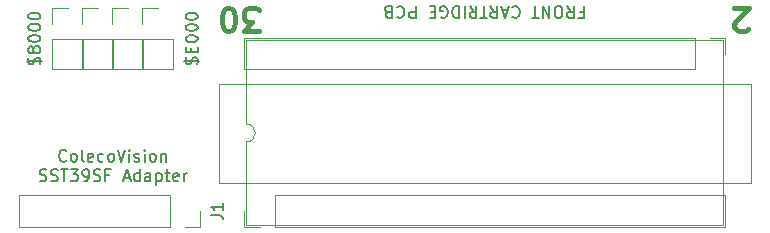
<source format=gbr>
%TF.GenerationSoftware,KiCad,Pcbnew,(5.1.10)-1*%
%TF.CreationDate,2022-11-19T00:44:39-05:00*%
%TF.ProjectId,ColecoProgrammingAdapter,436f6c65-636f-4507-926f-6772616d6d69,1*%
%TF.SameCoordinates,Original*%
%TF.FileFunction,Legend,Top*%
%TF.FilePolarity,Positive*%
%FSLAX46Y46*%
G04 Gerber Fmt 4.6, Leading zero omitted, Abs format (unit mm)*
G04 Created by KiCad (PCBNEW (5.1.10)-1) date 2022-11-19 00:44:39*
%MOMM*%
%LPD*%
G01*
G04 APERTURE LIST*
%ADD10C,0.150000*%
%ADD11C,0.400000*%
%ADD12C,0.120000*%
G04 APERTURE END LIST*
D10*
X131849761Y-113926666D02*
X131897380Y-113783809D01*
X131897380Y-113545714D01*
X131849761Y-113450476D01*
X131802142Y-113402857D01*
X131706904Y-113355238D01*
X131611666Y-113355238D01*
X131516428Y-113402857D01*
X131468809Y-113450476D01*
X131421190Y-113545714D01*
X131373571Y-113736190D01*
X131325952Y-113831428D01*
X131278333Y-113879047D01*
X131183095Y-113926666D01*
X131087857Y-113926666D01*
X130992619Y-113879047D01*
X130945000Y-113831428D01*
X130897380Y-113736190D01*
X130897380Y-113498095D01*
X130945000Y-113355238D01*
X130754523Y-113640952D02*
X132040238Y-113640952D01*
X131373571Y-112926666D02*
X131373571Y-112593333D01*
X131897380Y-112450476D02*
X131897380Y-112926666D01*
X130897380Y-112926666D01*
X130897380Y-112450476D01*
X130897380Y-111831428D02*
X130897380Y-111736190D01*
X130945000Y-111640952D01*
X130992619Y-111593333D01*
X131087857Y-111545714D01*
X131278333Y-111498095D01*
X131516428Y-111498095D01*
X131706904Y-111545714D01*
X131802142Y-111593333D01*
X131849761Y-111640952D01*
X131897380Y-111736190D01*
X131897380Y-111831428D01*
X131849761Y-111926666D01*
X131802142Y-111974285D01*
X131706904Y-112021904D01*
X131516428Y-112069523D01*
X131278333Y-112069523D01*
X131087857Y-112021904D01*
X130992619Y-111974285D01*
X130945000Y-111926666D01*
X130897380Y-111831428D01*
X130897380Y-110879047D02*
X130897380Y-110783809D01*
X130945000Y-110688571D01*
X130992619Y-110640952D01*
X131087857Y-110593333D01*
X131278333Y-110545714D01*
X131516428Y-110545714D01*
X131706904Y-110593333D01*
X131802142Y-110640952D01*
X131849761Y-110688571D01*
X131897380Y-110783809D01*
X131897380Y-110879047D01*
X131849761Y-110974285D01*
X131802142Y-111021904D01*
X131706904Y-111069523D01*
X131516428Y-111117142D01*
X131278333Y-111117142D01*
X131087857Y-111069523D01*
X130992619Y-111021904D01*
X130945000Y-110974285D01*
X130897380Y-110879047D01*
X130897380Y-109926666D02*
X130897380Y-109831428D01*
X130945000Y-109736190D01*
X130992619Y-109688571D01*
X131087857Y-109640952D01*
X131278333Y-109593333D01*
X131516428Y-109593333D01*
X131706904Y-109640952D01*
X131802142Y-109688571D01*
X131849761Y-109736190D01*
X131897380Y-109831428D01*
X131897380Y-109926666D01*
X131849761Y-110021904D01*
X131802142Y-110069523D01*
X131706904Y-110117142D01*
X131516428Y-110164761D01*
X131278333Y-110164761D01*
X131087857Y-110117142D01*
X130992619Y-110069523D01*
X130945000Y-110021904D01*
X130897380Y-109926666D01*
X118514761Y-113950476D02*
X118562380Y-113807619D01*
X118562380Y-113569523D01*
X118514761Y-113474285D01*
X118467142Y-113426666D01*
X118371904Y-113379047D01*
X118276666Y-113379047D01*
X118181428Y-113426666D01*
X118133809Y-113474285D01*
X118086190Y-113569523D01*
X118038571Y-113760000D01*
X117990952Y-113855238D01*
X117943333Y-113902857D01*
X117848095Y-113950476D01*
X117752857Y-113950476D01*
X117657619Y-113902857D01*
X117610000Y-113855238D01*
X117562380Y-113760000D01*
X117562380Y-113521904D01*
X117610000Y-113379047D01*
X117419523Y-113664761D02*
X118705238Y-113664761D01*
X117990952Y-112807619D02*
X117943333Y-112902857D01*
X117895714Y-112950476D01*
X117800476Y-112998095D01*
X117752857Y-112998095D01*
X117657619Y-112950476D01*
X117610000Y-112902857D01*
X117562380Y-112807619D01*
X117562380Y-112617142D01*
X117610000Y-112521904D01*
X117657619Y-112474285D01*
X117752857Y-112426666D01*
X117800476Y-112426666D01*
X117895714Y-112474285D01*
X117943333Y-112521904D01*
X117990952Y-112617142D01*
X117990952Y-112807619D01*
X118038571Y-112902857D01*
X118086190Y-112950476D01*
X118181428Y-112998095D01*
X118371904Y-112998095D01*
X118467142Y-112950476D01*
X118514761Y-112902857D01*
X118562380Y-112807619D01*
X118562380Y-112617142D01*
X118514761Y-112521904D01*
X118467142Y-112474285D01*
X118371904Y-112426666D01*
X118181428Y-112426666D01*
X118086190Y-112474285D01*
X118038571Y-112521904D01*
X117990952Y-112617142D01*
X117562380Y-111807619D02*
X117562380Y-111712380D01*
X117610000Y-111617142D01*
X117657619Y-111569523D01*
X117752857Y-111521904D01*
X117943333Y-111474285D01*
X118181428Y-111474285D01*
X118371904Y-111521904D01*
X118467142Y-111569523D01*
X118514761Y-111617142D01*
X118562380Y-111712380D01*
X118562380Y-111807619D01*
X118514761Y-111902857D01*
X118467142Y-111950476D01*
X118371904Y-111998095D01*
X118181428Y-112045714D01*
X117943333Y-112045714D01*
X117752857Y-111998095D01*
X117657619Y-111950476D01*
X117610000Y-111902857D01*
X117562380Y-111807619D01*
X117562380Y-110855238D02*
X117562380Y-110760000D01*
X117610000Y-110664761D01*
X117657619Y-110617142D01*
X117752857Y-110569523D01*
X117943333Y-110521904D01*
X118181428Y-110521904D01*
X118371904Y-110569523D01*
X118467142Y-110617142D01*
X118514761Y-110664761D01*
X118562380Y-110760000D01*
X118562380Y-110855238D01*
X118514761Y-110950476D01*
X118467142Y-110998095D01*
X118371904Y-111045714D01*
X118181428Y-111093333D01*
X117943333Y-111093333D01*
X117752857Y-111045714D01*
X117657619Y-110998095D01*
X117610000Y-110950476D01*
X117562380Y-110855238D01*
X117562380Y-109902857D02*
X117562380Y-109807619D01*
X117610000Y-109712380D01*
X117657619Y-109664761D01*
X117752857Y-109617142D01*
X117943333Y-109569523D01*
X118181428Y-109569523D01*
X118371904Y-109617142D01*
X118467142Y-109664761D01*
X118514761Y-109712380D01*
X118562380Y-109807619D01*
X118562380Y-109902857D01*
X118514761Y-109998095D01*
X118467142Y-110045714D01*
X118371904Y-110093333D01*
X118181428Y-110140952D01*
X117943333Y-110140952D01*
X117752857Y-110093333D01*
X117657619Y-110045714D01*
X117610000Y-109998095D01*
X117562380Y-109902857D01*
X120785428Y-122087142D02*
X120737809Y-122134761D01*
X120594952Y-122182380D01*
X120499714Y-122182380D01*
X120356857Y-122134761D01*
X120261619Y-122039523D01*
X120214000Y-121944285D01*
X120166380Y-121753809D01*
X120166380Y-121610952D01*
X120214000Y-121420476D01*
X120261619Y-121325238D01*
X120356857Y-121230000D01*
X120499714Y-121182380D01*
X120594952Y-121182380D01*
X120737809Y-121230000D01*
X120785428Y-121277619D01*
X121356857Y-122182380D02*
X121261619Y-122134761D01*
X121214000Y-122087142D01*
X121166380Y-121991904D01*
X121166380Y-121706190D01*
X121214000Y-121610952D01*
X121261619Y-121563333D01*
X121356857Y-121515714D01*
X121499714Y-121515714D01*
X121594952Y-121563333D01*
X121642571Y-121610952D01*
X121690190Y-121706190D01*
X121690190Y-121991904D01*
X121642571Y-122087142D01*
X121594952Y-122134761D01*
X121499714Y-122182380D01*
X121356857Y-122182380D01*
X122261619Y-122182380D02*
X122166380Y-122134761D01*
X122118761Y-122039523D01*
X122118761Y-121182380D01*
X123023523Y-122134761D02*
X122928285Y-122182380D01*
X122737809Y-122182380D01*
X122642571Y-122134761D01*
X122594952Y-122039523D01*
X122594952Y-121658571D01*
X122642571Y-121563333D01*
X122737809Y-121515714D01*
X122928285Y-121515714D01*
X123023523Y-121563333D01*
X123071142Y-121658571D01*
X123071142Y-121753809D01*
X122594952Y-121849047D01*
X123928285Y-122134761D02*
X123833047Y-122182380D01*
X123642571Y-122182380D01*
X123547333Y-122134761D01*
X123499714Y-122087142D01*
X123452095Y-121991904D01*
X123452095Y-121706190D01*
X123499714Y-121610952D01*
X123547333Y-121563333D01*
X123642571Y-121515714D01*
X123833047Y-121515714D01*
X123928285Y-121563333D01*
X124499714Y-122182380D02*
X124404476Y-122134761D01*
X124356857Y-122087142D01*
X124309238Y-121991904D01*
X124309238Y-121706190D01*
X124356857Y-121610952D01*
X124404476Y-121563333D01*
X124499714Y-121515714D01*
X124642571Y-121515714D01*
X124737809Y-121563333D01*
X124785428Y-121610952D01*
X124833047Y-121706190D01*
X124833047Y-121991904D01*
X124785428Y-122087142D01*
X124737809Y-122134761D01*
X124642571Y-122182380D01*
X124499714Y-122182380D01*
X125118761Y-121182380D02*
X125452095Y-122182380D01*
X125785428Y-121182380D01*
X126118761Y-122182380D02*
X126118761Y-121515714D01*
X126118761Y-121182380D02*
X126071142Y-121230000D01*
X126118761Y-121277619D01*
X126166380Y-121230000D01*
X126118761Y-121182380D01*
X126118761Y-121277619D01*
X126547333Y-122134761D02*
X126642571Y-122182380D01*
X126833047Y-122182380D01*
X126928285Y-122134761D01*
X126975904Y-122039523D01*
X126975904Y-121991904D01*
X126928285Y-121896666D01*
X126833047Y-121849047D01*
X126690190Y-121849047D01*
X126594952Y-121801428D01*
X126547333Y-121706190D01*
X126547333Y-121658571D01*
X126594952Y-121563333D01*
X126690190Y-121515714D01*
X126833047Y-121515714D01*
X126928285Y-121563333D01*
X127404476Y-122182380D02*
X127404476Y-121515714D01*
X127404476Y-121182380D02*
X127356857Y-121230000D01*
X127404476Y-121277619D01*
X127452095Y-121230000D01*
X127404476Y-121182380D01*
X127404476Y-121277619D01*
X128023523Y-122182380D02*
X127928285Y-122134761D01*
X127880666Y-122087142D01*
X127833047Y-121991904D01*
X127833047Y-121706190D01*
X127880666Y-121610952D01*
X127928285Y-121563333D01*
X128023523Y-121515714D01*
X128166380Y-121515714D01*
X128261619Y-121563333D01*
X128309238Y-121610952D01*
X128356857Y-121706190D01*
X128356857Y-121991904D01*
X128309238Y-122087142D01*
X128261619Y-122134761D01*
X128166380Y-122182380D01*
X128023523Y-122182380D01*
X128785428Y-121515714D02*
X128785428Y-122182380D01*
X128785428Y-121610952D02*
X128833047Y-121563333D01*
X128928285Y-121515714D01*
X129071142Y-121515714D01*
X129166380Y-121563333D01*
X129214000Y-121658571D01*
X129214000Y-122182380D01*
X118523523Y-123784761D02*
X118666380Y-123832380D01*
X118904476Y-123832380D01*
X118999714Y-123784761D01*
X119047333Y-123737142D01*
X119094952Y-123641904D01*
X119094952Y-123546666D01*
X119047333Y-123451428D01*
X118999714Y-123403809D01*
X118904476Y-123356190D01*
X118714000Y-123308571D01*
X118618761Y-123260952D01*
X118571142Y-123213333D01*
X118523523Y-123118095D01*
X118523523Y-123022857D01*
X118571142Y-122927619D01*
X118618761Y-122880000D01*
X118714000Y-122832380D01*
X118952095Y-122832380D01*
X119094952Y-122880000D01*
X119475904Y-123784761D02*
X119618761Y-123832380D01*
X119856857Y-123832380D01*
X119952095Y-123784761D01*
X119999714Y-123737142D01*
X120047333Y-123641904D01*
X120047333Y-123546666D01*
X119999714Y-123451428D01*
X119952095Y-123403809D01*
X119856857Y-123356190D01*
X119666380Y-123308571D01*
X119571142Y-123260952D01*
X119523523Y-123213333D01*
X119475904Y-123118095D01*
X119475904Y-123022857D01*
X119523523Y-122927619D01*
X119571142Y-122880000D01*
X119666380Y-122832380D01*
X119904476Y-122832380D01*
X120047333Y-122880000D01*
X120333047Y-122832380D02*
X120904476Y-122832380D01*
X120618761Y-123832380D02*
X120618761Y-122832380D01*
X121142571Y-122832380D02*
X121761619Y-122832380D01*
X121428285Y-123213333D01*
X121571142Y-123213333D01*
X121666380Y-123260952D01*
X121714000Y-123308571D01*
X121761619Y-123403809D01*
X121761619Y-123641904D01*
X121714000Y-123737142D01*
X121666380Y-123784761D01*
X121571142Y-123832380D01*
X121285428Y-123832380D01*
X121190190Y-123784761D01*
X121142571Y-123737142D01*
X122237809Y-123832380D02*
X122428285Y-123832380D01*
X122523523Y-123784761D01*
X122571142Y-123737142D01*
X122666380Y-123594285D01*
X122714000Y-123403809D01*
X122714000Y-123022857D01*
X122666380Y-122927619D01*
X122618761Y-122880000D01*
X122523523Y-122832380D01*
X122333047Y-122832380D01*
X122237809Y-122880000D01*
X122190190Y-122927619D01*
X122142571Y-123022857D01*
X122142571Y-123260952D01*
X122190190Y-123356190D01*
X122237809Y-123403809D01*
X122333047Y-123451428D01*
X122523523Y-123451428D01*
X122618761Y-123403809D01*
X122666380Y-123356190D01*
X122714000Y-123260952D01*
X123094952Y-123784761D02*
X123237809Y-123832380D01*
X123475904Y-123832380D01*
X123571142Y-123784761D01*
X123618761Y-123737142D01*
X123666380Y-123641904D01*
X123666380Y-123546666D01*
X123618761Y-123451428D01*
X123571142Y-123403809D01*
X123475904Y-123356190D01*
X123285428Y-123308571D01*
X123190190Y-123260952D01*
X123142571Y-123213333D01*
X123094952Y-123118095D01*
X123094952Y-123022857D01*
X123142571Y-122927619D01*
X123190190Y-122880000D01*
X123285428Y-122832380D01*
X123523523Y-122832380D01*
X123666380Y-122880000D01*
X124428285Y-123308571D02*
X124094952Y-123308571D01*
X124094952Y-123832380D02*
X124094952Y-122832380D01*
X124571142Y-122832380D01*
X125666380Y-123546666D02*
X126142571Y-123546666D01*
X125571142Y-123832380D02*
X125904476Y-122832380D01*
X126237809Y-123832380D01*
X126999714Y-123832380D02*
X126999714Y-122832380D01*
X126999714Y-123784761D02*
X126904476Y-123832380D01*
X126714000Y-123832380D01*
X126618761Y-123784761D01*
X126571142Y-123737142D01*
X126523523Y-123641904D01*
X126523523Y-123356190D01*
X126571142Y-123260952D01*
X126618761Y-123213333D01*
X126714000Y-123165714D01*
X126904476Y-123165714D01*
X126999714Y-123213333D01*
X127904476Y-123832380D02*
X127904476Y-123308571D01*
X127856857Y-123213333D01*
X127761619Y-123165714D01*
X127571142Y-123165714D01*
X127475904Y-123213333D01*
X127904476Y-123784761D02*
X127809238Y-123832380D01*
X127571142Y-123832380D01*
X127475904Y-123784761D01*
X127428285Y-123689523D01*
X127428285Y-123594285D01*
X127475904Y-123499047D01*
X127571142Y-123451428D01*
X127809238Y-123451428D01*
X127904476Y-123403809D01*
X128380666Y-123165714D02*
X128380666Y-124165714D01*
X128380666Y-123213333D02*
X128475904Y-123165714D01*
X128666380Y-123165714D01*
X128761619Y-123213333D01*
X128809238Y-123260952D01*
X128856857Y-123356190D01*
X128856857Y-123641904D01*
X128809238Y-123737142D01*
X128761619Y-123784761D01*
X128666380Y-123832380D01*
X128475904Y-123832380D01*
X128380666Y-123784761D01*
X129142571Y-123165714D02*
X129523523Y-123165714D01*
X129285428Y-122832380D02*
X129285428Y-123689523D01*
X129333047Y-123784761D01*
X129428285Y-123832380D01*
X129523523Y-123832380D01*
X130237809Y-123784761D02*
X130142571Y-123832380D01*
X129952095Y-123832380D01*
X129856857Y-123784761D01*
X129809238Y-123689523D01*
X129809238Y-123308571D01*
X129856857Y-123213333D01*
X129952095Y-123165714D01*
X130142571Y-123165714D01*
X130237809Y-123213333D01*
X130285428Y-123308571D01*
X130285428Y-123403809D01*
X129809238Y-123499047D01*
X130714000Y-123832380D02*
X130714000Y-123165714D01*
X130714000Y-123356190D02*
X130761619Y-123260952D01*
X130809238Y-123213333D01*
X130904476Y-123165714D01*
X130999714Y-123165714D01*
X164257619Y-109545428D02*
X164590952Y-109545428D01*
X164590952Y-109021619D02*
X164590952Y-110021619D01*
X164114761Y-110021619D01*
X163162380Y-109021619D02*
X163495714Y-109497809D01*
X163733809Y-109021619D02*
X163733809Y-110021619D01*
X163352857Y-110021619D01*
X163257619Y-109974000D01*
X163210000Y-109926380D01*
X163162380Y-109831142D01*
X163162380Y-109688285D01*
X163210000Y-109593047D01*
X163257619Y-109545428D01*
X163352857Y-109497809D01*
X163733809Y-109497809D01*
X162543333Y-110021619D02*
X162352857Y-110021619D01*
X162257619Y-109974000D01*
X162162380Y-109878761D01*
X162114761Y-109688285D01*
X162114761Y-109354952D01*
X162162380Y-109164476D01*
X162257619Y-109069238D01*
X162352857Y-109021619D01*
X162543333Y-109021619D01*
X162638571Y-109069238D01*
X162733809Y-109164476D01*
X162781428Y-109354952D01*
X162781428Y-109688285D01*
X162733809Y-109878761D01*
X162638571Y-109974000D01*
X162543333Y-110021619D01*
X161686190Y-109021619D02*
X161686190Y-110021619D01*
X161114761Y-109021619D01*
X161114761Y-110021619D01*
X160781428Y-110021619D02*
X160210000Y-110021619D01*
X160495714Y-109021619D02*
X160495714Y-110021619D01*
X158543333Y-109116857D02*
X158590952Y-109069238D01*
X158733809Y-109021619D01*
X158829047Y-109021619D01*
X158971904Y-109069238D01*
X159067142Y-109164476D01*
X159114761Y-109259714D01*
X159162380Y-109450190D01*
X159162380Y-109593047D01*
X159114761Y-109783523D01*
X159067142Y-109878761D01*
X158971904Y-109974000D01*
X158829047Y-110021619D01*
X158733809Y-110021619D01*
X158590952Y-109974000D01*
X158543333Y-109926380D01*
X158162380Y-109307333D02*
X157686190Y-109307333D01*
X158257619Y-109021619D02*
X157924285Y-110021619D01*
X157590952Y-109021619D01*
X156686190Y-109021619D02*
X157019523Y-109497809D01*
X157257619Y-109021619D02*
X157257619Y-110021619D01*
X156876666Y-110021619D01*
X156781428Y-109974000D01*
X156733809Y-109926380D01*
X156686190Y-109831142D01*
X156686190Y-109688285D01*
X156733809Y-109593047D01*
X156781428Y-109545428D01*
X156876666Y-109497809D01*
X157257619Y-109497809D01*
X156400476Y-110021619D02*
X155829047Y-110021619D01*
X156114761Y-109021619D02*
X156114761Y-110021619D01*
X154924285Y-109021619D02*
X155257619Y-109497809D01*
X155495714Y-109021619D02*
X155495714Y-110021619D01*
X155114761Y-110021619D01*
X155019523Y-109974000D01*
X154971904Y-109926380D01*
X154924285Y-109831142D01*
X154924285Y-109688285D01*
X154971904Y-109593047D01*
X155019523Y-109545428D01*
X155114761Y-109497809D01*
X155495714Y-109497809D01*
X154495714Y-109021619D02*
X154495714Y-110021619D01*
X154019523Y-109021619D02*
X154019523Y-110021619D01*
X153781428Y-110021619D01*
X153638571Y-109974000D01*
X153543333Y-109878761D01*
X153495714Y-109783523D01*
X153448095Y-109593047D01*
X153448095Y-109450190D01*
X153495714Y-109259714D01*
X153543333Y-109164476D01*
X153638571Y-109069238D01*
X153781428Y-109021619D01*
X154019523Y-109021619D01*
X152495714Y-109974000D02*
X152590952Y-110021619D01*
X152733809Y-110021619D01*
X152876666Y-109974000D01*
X152971904Y-109878761D01*
X153019523Y-109783523D01*
X153067142Y-109593047D01*
X153067142Y-109450190D01*
X153019523Y-109259714D01*
X152971904Y-109164476D01*
X152876666Y-109069238D01*
X152733809Y-109021619D01*
X152638571Y-109021619D01*
X152495714Y-109069238D01*
X152448095Y-109116857D01*
X152448095Y-109450190D01*
X152638571Y-109450190D01*
X152019523Y-109545428D02*
X151686190Y-109545428D01*
X151543333Y-109021619D02*
X152019523Y-109021619D01*
X152019523Y-110021619D01*
X151543333Y-110021619D01*
X150352857Y-109021619D02*
X150352857Y-110021619D01*
X149971904Y-110021619D01*
X149876666Y-109974000D01*
X149829047Y-109926380D01*
X149781428Y-109831142D01*
X149781428Y-109688285D01*
X149829047Y-109593047D01*
X149876666Y-109545428D01*
X149971904Y-109497809D01*
X150352857Y-109497809D01*
X148781428Y-109116857D02*
X148829047Y-109069238D01*
X148971904Y-109021619D01*
X149067142Y-109021619D01*
X149210000Y-109069238D01*
X149305238Y-109164476D01*
X149352857Y-109259714D01*
X149400476Y-109450190D01*
X149400476Y-109593047D01*
X149352857Y-109783523D01*
X149305238Y-109878761D01*
X149210000Y-109974000D01*
X149067142Y-110021619D01*
X148971904Y-110021619D01*
X148829047Y-109974000D01*
X148781428Y-109926380D01*
X148019523Y-109545428D02*
X147876666Y-109497809D01*
X147829047Y-109450190D01*
X147781428Y-109354952D01*
X147781428Y-109212095D01*
X147829047Y-109116857D01*
X147876666Y-109069238D01*
X147971904Y-109021619D01*
X148352857Y-109021619D01*
X148352857Y-110021619D01*
X148019523Y-110021619D01*
X147924285Y-109974000D01*
X147876666Y-109926380D01*
X147829047Y-109831142D01*
X147829047Y-109735904D01*
X147876666Y-109640666D01*
X147924285Y-109593047D01*
X148019523Y-109545428D01*
X148352857Y-109545428D01*
D11*
X178495714Y-110950261D02*
X178400476Y-111045500D01*
X178210000Y-111140738D01*
X177733809Y-111140738D01*
X177543333Y-111045500D01*
X177448095Y-110950261D01*
X177352857Y-110759785D01*
X177352857Y-110569309D01*
X177448095Y-110283595D01*
X178590952Y-109140738D01*
X177352857Y-109140738D01*
X137067142Y-111140738D02*
X135829047Y-111140738D01*
X136495714Y-110378833D01*
X136210000Y-110378833D01*
X136019523Y-110283595D01*
X135924285Y-110188357D01*
X135829047Y-109997880D01*
X135829047Y-109521690D01*
X135924285Y-109331214D01*
X136019523Y-109235976D01*
X136210000Y-109140738D01*
X136781428Y-109140738D01*
X136971904Y-109235976D01*
X137067142Y-109331214D01*
X134590952Y-111140738D02*
X134400476Y-111140738D01*
X134210000Y-111045500D01*
X134114761Y-110950261D01*
X134019523Y-110759785D01*
X133924285Y-110378833D01*
X133924285Y-109902642D01*
X134019523Y-109521690D01*
X134114761Y-109331214D01*
X134210000Y-109235976D01*
X134400476Y-109140738D01*
X134590952Y-109140738D01*
X134781428Y-109235976D01*
X134876666Y-109331214D01*
X134971904Y-109521690D01*
X135067142Y-109902642D01*
X135067142Y-110378833D01*
X134971904Y-110759785D01*
X134876666Y-110950261D01*
X134781428Y-111045500D01*
X134590952Y-111140738D01*
D12*
X176403000Y-111887000D02*
X176403000Y-127508000D01*
X136017000Y-111887000D02*
X176403000Y-111887000D01*
X136017000Y-118999000D02*
X136017000Y-111887000D01*
X136017000Y-127508000D02*
X176403000Y-127508000D01*
X136017000Y-120523000D02*
X136017000Y-127508000D01*
X136017000Y-118999000D02*
G75*
G02*
X136017000Y-120523000I0J-762000D01*
G01*
%TO.C,X1*%
X133667500Y-123952000D02*
X133667500Y-115570000D01*
X178752500Y-123952000D02*
X133667500Y-123952000D01*
X178752500Y-115570000D02*
X133667500Y-115570000D01*
X178752500Y-123952000D02*
X178752500Y-115570000D01*
%TO.C,J2*%
X176590000Y-127695000D02*
X176590000Y-125035000D01*
X138430000Y-127695000D02*
X176590000Y-127695000D01*
X138430000Y-125035000D02*
X176590000Y-125035000D01*
X138430000Y-127695000D02*
X138430000Y-125035000D01*
X137160000Y-127695000D02*
X135830000Y-127695000D01*
X135830000Y-127695000D02*
X135830000Y-126365000D01*
%TO.C,J3*%
X176590000Y-111700000D02*
X176590000Y-113030000D01*
X175260000Y-111700000D02*
X176590000Y-111700000D01*
X173990000Y-111700000D02*
X173990000Y-114360000D01*
X173990000Y-114360000D02*
X135830000Y-114360000D01*
X173990000Y-111700000D02*
X135830000Y-111700000D01*
X135830000Y-111700000D02*
X135830000Y-114360000D01*
%TO.C,J1*%
X132140000Y-126365000D02*
X132140000Y-127695000D01*
X132140000Y-127695000D02*
X130810000Y-127695000D01*
X129540000Y-127695000D02*
X116780000Y-127695000D01*
X116780000Y-125035000D02*
X116780000Y-127695000D01*
X129540000Y-125035000D02*
X116780000Y-125035000D01*
X129540000Y-125035000D02*
X129540000Y-127695000D01*
%TO.C,J4*%
X119574000Y-109160000D02*
X120904000Y-109160000D01*
X119574000Y-110490000D02*
X119574000Y-109160000D01*
X119574000Y-111760000D02*
X122234000Y-111760000D01*
X122234000Y-111760000D02*
X122234000Y-114360000D01*
X119574000Y-111760000D02*
X119574000Y-114360000D01*
X119574000Y-114360000D02*
X122234000Y-114360000D01*
%TO.C,J5*%
X122114000Y-114360000D02*
X124774000Y-114360000D01*
X122114000Y-111760000D02*
X122114000Y-114360000D01*
X124774000Y-111760000D02*
X124774000Y-114360000D01*
X122114000Y-111760000D02*
X124774000Y-111760000D01*
X122114000Y-110490000D02*
X122114000Y-109160000D01*
X122114000Y-109160000D02*
X123444000Y-109160000D01*
%TO.C,J6*%
X124654000Y-109160000D02*
X125984000Y-109160000D01*
X124654000Y-110490000D02*
X124654000Y-109160000D01*
X124654000Y-111760000D02*
X127314000Y-111760000D01*
X127314000Y-111760000D02*
X127314000Y-114360000D01*
X124654000Y-111760000D02*
X124654000Y-114360000D01*
X124654000Y-114360000D02*
X127314000Y-114360000D01*
%TO.C,J7*%
X127194000Y-114360000D02*
X129854000Y-114360000D01*
X127194000Y-111760000D02*
X127194000Y-114360000D01*
X129854000Y-111760000D02*
X129854000Y-114360000D01*
X127194000Y-111760000D02*
X129854000Y-111760000D01*
X127194000Y-110490000D02*
X127194000Y-109160000D01*
X127194000Y-109160000D02*
X128524000Y-109160000D01*
%TO.C,J1*%
D10*
X133032380Y-126698333D02*
X133746666Y-126698333D01*
X133889523Y-126745952D01*
X133984761Y-126841190D01*
X134032380Y-126984047D01*
X134032380Y-127079285D01*
X134032380Y-125698333D02*
X134032380Y-126269761D01*
X134032380Y-125984047D02*
X133032380Y-125984047D01*
X133175238Y-126079285D01*
X133270476Y-126174523D01*
X133318095Y-126269761D01*
%TD*%
M02*

</source>
